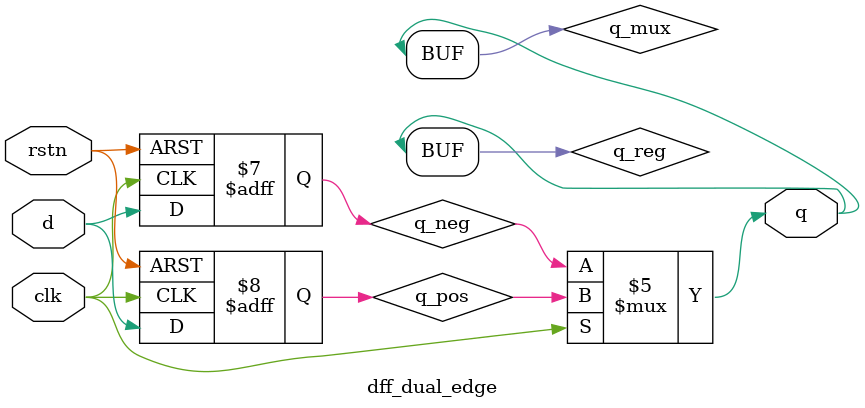
<source format=sv>
module dff_dual_edge (
    input clk, rstn,
    input d,
    output q
);
    reg q_pos, q_neg;
    wire q_mux;

    // Positive edge FF - moved after input logic
    always @(posedge clk or negedge rstn) begin
        if (!rstn) q_pos <= 1'b0;
        else       q_pos <= d;
    end

    // Negative edge FF - moved after input logic
    always @(negedge clk or negedge rstn) begin
        if (!rstn) q_neg <= 1'b0;
        else       q_neg <= d;
    end

    // Simplified multiplexer implementation using continuous assignment
    assign q_mux = clk ? q_pos : q_neg;
    
    // Output register to balance timing paths
    reg q_reg;
    always @(q_mux) begin
        q_reg = q_mux;
    end

    assign q = q_reg;
endmodule
</source>
